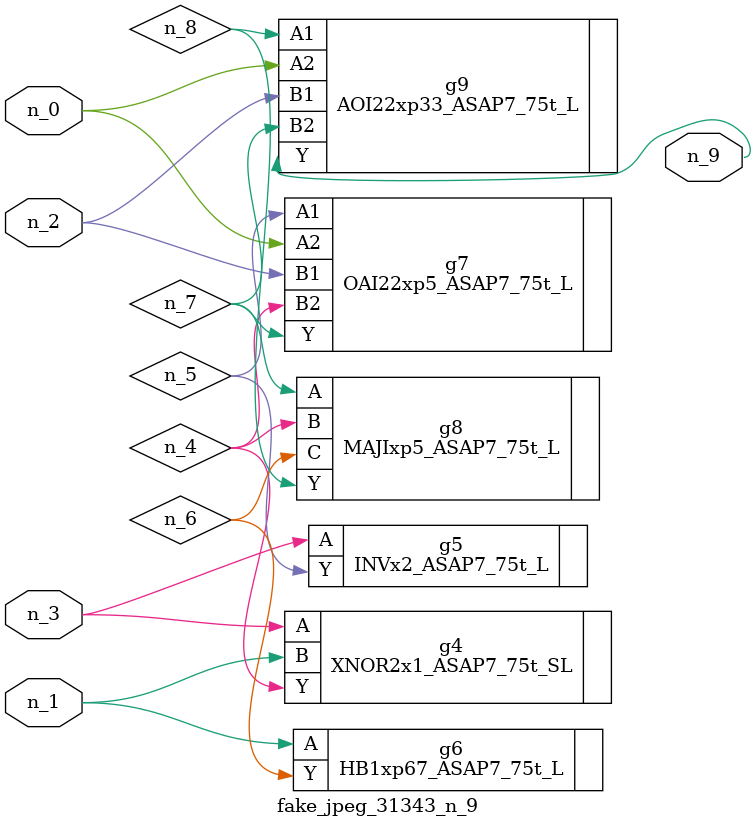
<source format=v>
module fake_jpeg_31343_n_9 (n_0, n_3, n_2, n_1, n_9);

input n_0;
input n_3;
input n_2;
input n_1;

output n_9;

wire n_4;
wire n_8;
wire n_6;
wire n_5;
wire n_7;

XNOR2x1_ASAP7_75t_SL g4 ( 
.A(n_3),
.B(n_1),
.Y(n_4)
);

INVx2_ASAP7_75t_L g5 ( 
.A(n_3),
.Y(n_5)
);

HB1xp67_ASAP7_75t_L g6 ( 
.A(n_1),
.Y(n_6)
);

OAI22xp5_ASAP7_75t_L g7 ( 
.A1(n_5),
.A2(n_0),
.B1(n_2),
.B2(n_4),
.Y(n_7)
);

MAJIxp5_ASAP7_75t_L g8 ( 
.A(n_7),
.B(n_4),
.C(n_6),
.Y(n_8)
);

AOI22xp33_ASAP7_75t_L g9 ( 
.A1(n_8),
.A2(n_0),
.B1(n_2),
.B2(n_7),
.Y(n_9)
);


endmodule
</source>
